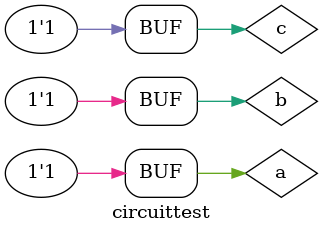
<source format=v>
`include "circuit1.v"

module circuittest;
    reg a,b,c;
    wire f;
    circuit1 a1(a,b,c,f);
    initial
    begin
    $monitor($time, "a=%b, b=%b, c=%b, f=%b", a, b, c,f);
        #000 a=1'b0; b=1'b0; c=1'b0;
        #100 a=1'b0; b=1'b0; c=1'b1;
        #100 a=1'b0; b=1'b1; c=1'b0;
        #100 a=1'b0; b=1'b1; c=1'b1;
        #100 a=1'b1; b=1'b0; c=1'b0;
        #100 a=1'b1; b=1'b0; c=1'b1;
        #100 a=1'b1; b=1'b1; c=1'b0;
        #100 a=1'b1; b=1'b1; c=1'b1;
    end
    initial
    begin
        $dumpfile("circuittest.vcd");
        $dumpvars(0, circuittest);
     end
endmodule

</source>
